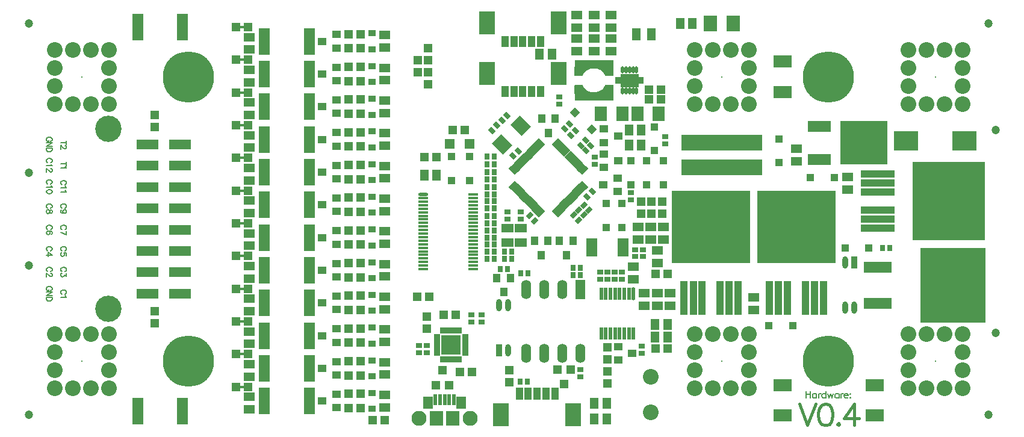
<source format=gts>
G04 Layer_Color=8388736*
%FSAX24Y24*%
%MOIN*%
G70*
G01*
G75*
%ADD74C,0.0079*%
%ADD75C,0.0157*%
%ADD108R,0.0730X0.0879*%
%ADD109R,0.0474X0.0513*%
%ADD110R,0.2639X0.2442*%
%ADD111R,0.1261X0.0631*%
G04:AMPARAMS|DCode=112|XSize=33mil|YSize=27.7mil|CornerRadius=0mil|HoleSize=0mil|Usage=FLASHONLY|Rotation=315.000|XOffset=0mil|YOffset=0mil|HoleType=Round|Shape=Rectangle|*
%AMROTATEDRECTD112*
4,1,4,-0.0215,0.0019,-0.0019,0.0215,0.0215,-0.0019,0.0019,-0.0215,-0.0215,0.0019,0.0*
%
%ADD112ROTATEDRECTD112*%

G04:AMPARAMS|DCode=113|XSize=33mil|YSize=27.7mil|CornerRadius=0mil|HoleSize=0mil|Usage=FLASHONLY|Rotation=45.000|XOffset=0mil|YOffset=0mil|HoleType=Round|Shape=Rectangle|*
%AMROTATEDRECTD113*
4,1,4,-0.0019,-0.0215,-0.0215,-0.0019,0.0019,0.0215,0.0215,0.0019,-0.0019,-0.0215,0.0*
%
%ADD113ROTATEDRECTD113*%

%ADD114R,0.0277X0.0330*%
%ADD115R,0.0631X0.0513*%
%ADD116R,0.0330X0.0277*%
%ADD117R,0.0513X0.0474*%
%ADD118R,0.0513X0.0631*%
%ADD119R,0.0710X0.0789*%
%ADD120R,0.0474X0.0474*%
%ADD121O,0.0320X0.0678*%
%ADD122R,0.0320X0.0678*%
%ADD123R,0.0671X0.0513*%
%ADD124R,0.0415X0.0415*%
%ADD125R,0.1537X0.0592*%
%ADD126R,0.3584X0.4135*%
%ADD127R,0.0986X0.0678*%
%ADD128P,0.0586X4X360.0*%
%ADD129R,0.0415X0.0415*%
%ADD130R,0.0552X0.0552*%
%ADD131R,0.0415X0.0336*%
%ADD132R,0.0474X0.0159*%
G04:AMPARAMS|DCode=133|XSize=20.6mil|YSize=47.4mil|CornerRadius=0mil|HoleSize=0mil|Usage=FLASHONLY|Rotation=315.000|XOffset=0mil|YOffset=0mil|HoleType=Round|Shape=Rectangle|*
%AMROTATEDRECTD133*
4,1,4,-0.0240,-0.0095,0.0095,0.0240,0.0240,0.0095,-0.0095,-0.0240,-0.0240,-0.0095,0.0*
%
%ADD133ROTATEDRECTD133*%

G04:AMPARAMS|DCode=134|XSize=20.6mil|YSize=47.4mil|CornerRadius=0mil|HoleSize=0mil|Usage=FLASHONLY|Rotation=45.000|XOffset=0mil|YOffset=0mil|HoleType=Round|Shape=Rectangle|*
%AMROTATEDRECTD134*
4,1,4,0.0095,-0.0240,-0.0240,0.0095,-0.0095,0.0240,0.0240,-0.0095,0.0095,-0.0240,0.0*
%
%ADD134ROTATEDRECTD134*%

%ADD135R,0.0356X0.0190*%
%ADD136R,0.1025X0.0730*%
G04:AMPARAMS|DCode=137|XSize=17.1mil|YSize=39.5mil|CornerRadius=5.8mil|HoleSize=0mil|Usage=FLASHONLY|Rotation=180.000|XOffset=0mil|YOffset=0mil|HoleType=Round|Shape=RoundedRectangle|*
%AMROUNDEDRECTD137*
21,1,0.0171,0.0279,0,0,180.0*
21,1,0.0054,0.0395,0,0,180.0*
1,1,0.0116,-0.0027,0.0139*
1,1,0.0116,0.0027,0.0139*
1,1,0.0116,0.0027,-0.0139*
1,1,0.0116,-0.0027,-0.0139*
%
%ADD137ROUNDEDRECTD137*%
%ADD138O,0.0552X0.1064*%
%ADD139R,0.0552X0.1064*%
%ADD140R,0.0375X0.0198*%
%ADD141R,0.0198X0.0375*%
%ADD142R,0.1104X0.1104*%
%ADD143R,0.0631X0.0198*%
G04:AMPARAMS|DCode=144|XSize=71mil|YSize=21.8mil|CornerRadius=7.4mil|HoleSize=0mil|Usage=FLASHONLY|Rotation=270.000|XOffset=0mil|YOffset=0mil|HoleType=Round|Shape=RoundedRectangle|*
%AMROUNDEDRECTD144*
21,1,0.0710,0.0069,0,0,270.0*
21,1,0.0561,0.0218,0,0,270.0*
1,1,0.0149,-0.0034,-0.0281*
1,1,0.0149,-0.0034,0.0281*
1,1,0.0149,0.0034,0.0281*
1,1,0.0149,0.0034,-0.0281*
%
%ADD144ROUNDEDRECTD144*%
%ADD145R,0.0218X0.0710*%
%ADD146R,0.0533X0.0651*%
%ADD147R,0.0237X0.0631*%
%ADD148R,0.0769X0.0828*%
%ADD149R,0.0907X0.1261*%
%ADD150R,0.0395X0.0710*%
%ADD151R,0.1230X0.0580*%
%ADD152R,0.0395X0.0592*%
%ADD153R,0.2167X0.0454*%
%ADD154R,0.1891X0.0434*%
%ADD155R,0.4017X0.4332*%
%ADD156R,0.0434X0.1891*%
%ADD157R,0.4332X0.4017*%
%ADD158R,0.0454X0.0434*%
%ADD159R,0.0454X0.0434*%
%ADD160R,0.0434X0.0454*%
%ADD161R,0.0434X0.0454*%
%ADD162R,0.0631X0.1458*%
%ADD163R,0.4489X0.0887*%
%ADD164R,0.1340X0.1064*%
%ADD165R,0.0513X0.0671*%
%ADD166O,0.0572X0.0178*%
%ADD167R,0.0572X0.0178*%
G04:AMPARAMS|DCode=168|XSize=74mil|YSize=89mil|CornerRadius=0mil|HoleSize=0mil|Usage=FLASHONLY|Rotation=225.000|XOffset=0mil|YOffset=0mil|HoleType=Round|Shape=Rectangle|*
%AMROTATEDRECTD168*
4,1,4,-0.0053,0.0576,0.0576,-0.0053,0.0053,-0.0576,-0.0576,0.0053,-0.0053,0.0576,0.0*
%
%ADD168ROTATEDRECTD168*%

%ADD169C,0.0474*%
%ADD170C,0.2836*%
%ADD171C,0.0277*%
%ADD172C,0.0080*%
%ADD173C,0.0867*%
%ADD174C,0.0828*%
%ADD175C,0.1458*%
G36*
X289238Y196398D02*
X289243Y196397D01*
X289248Y196395D01*
X289252Y196393D01*
X289257Y196390D01*
X289261Y196387D01*
X289264Y196383D01*
X289267Y196378D01*
X289269Y196374D01*
X289271Y196369D01*
X289272Y196364D01*
X289272Y196358D01*
Y195945D01*
X289272Y195940D01*
X289271Y195935D01*
X289269Y195930D01*
X289267Y195925D01*
X289264Y195920D01*
X289261Y195917D01*
X289257Y195913D01*
X289252Y195910D01*
X289248Y195908D01*
X289243Y195906D01*
X289238Y195905D01*
X289232Y195905D01*
X287146D01*
X287140Y195905D01*
X287135Y195906D01*
X287130Y195908D01*
X287126Y195910D01*
X287121Y195913D01*
X287117Y195917D01*
X287114Y195920D01*
X287111Y195925D01*
X287109Y195930D01*
X287107Y195935D01*
X287106Y195940D01*
X287106Y195945D01*
Y196358D01*
X287106Y196364D01*
X287107Y196369D01*
X287109Y196374D01*
X287111Y196378D01*
X287114Y196383D01*
X287117Y196387D01*
X287121Y196390D01*
X287126Y196393D01*
X287130Y196395D01*
X287135Y196397D01*
X287140Y196398D01*
X287146Y196398D01*
X287539D01*
X287541Y196398D01*
X287542Y196398D01*
X287543Y196398D01*
X287545Y196398D01*
X287546Y196398D01*
X287547Y196398D01*
X287548Y196397D01*
X287550Y196397D01*
X287551Y196397D01*
X287552Y196396D01*
X287553Y196396D01*
X287555Y196395D01*
X287556Y196395D01*
X287557Y196394D01*
X287558Y196394D01*
X287559Y196393D01*
X287560Y196392D01*
X287561Y196392D01*
X287563Y196391D01*
X287564Y196390D01*
X287565Y196389D01*
X287566Y196389D01*
X287567Y196388D01*
X287568Y196387D01*
X287569Y196386D01*
X287569Y196385D01*
X287570Y196384D01*
X287571Y196383D01*
X287572Y196382D01*
X287573Y196381D01*
X287573Y196379D01*
X287574Y196378D01*
X287575Y196377D01*
X287575Y196376D01*
X287594Y196338D01*
X287650Y196245D01*
X287763Y196133D01*
X287836Y196078D01*
X287947Y196022D01*
X288019Y196004D01*
X288189Y195985D01*
X288339Y196004D01*
X288411Y196022D01*
X288447Y196040D01*
X288562Y196097D01*
X288635Y196152D01*
X288690Y196207D01*
X288746Y196282D01*
X288804Y196379D01*
X288806Y196381D01*
X288807Y196383D01*
X288807Y196383D01*
X288807Y196383D01*
X288809Y196385D01*
X288810Y196387D01*
X288810Y196387D01*
X288811Y196387D01*
X288812Y196389D01*
X288814Y196390D01*
X288814Y196390D01*
X288815Y196390D01*
X288817Y196392D01*
X288819Y196393D01*
X288819Y196393D01*
X288819Y196393D01*
X288821Y196394D01*
X288823Y196395D01*
X288824Y196395D01*
X288824Y196396D01*
X288826Y196396D01*
X288828Y196397D01*
X288829Y196397D01*
X288829Y196397D01*
X288831Y196398D01*
X288833Y196398D01*
X288834Y196398D01*
X288834Y196398D01*
X288836Y196398D01*
X288839Y196398D01*
X289232D01*
X289238Y196398D01*
D02*
G37*
G36*
Y197402D02*
X289243Y197401D01*
X289248Y197399D01*
X289252Y197397D01*
X289257Y197394D01*
X289261Y197391D01*
X289264Y197387D01*
X289267Y197382D01*
X289269Y197378D01*
X289271Y197373D01*
X289272Y197367D01*
X289272Y197362D01*
Y196949D01*
X289272Y196944D01*
X289271Y196938D01*
X289269Y196933D01*
X289267Y196929D01*
X289264Y196924D01*
X289261Y196920D01*
X289257Y196917D01*
X289252Y196914D01*
X289248Y196912D01*
X289243Y196910D01*
X289238Y196909D01*
X289232Y196909D01*
X288839D01*
X288836Y196909D01*
X288834Y196909D01*
X288834Y196909D01*
X288833Y196909D01*
X288831Y196910D01*
X288829Y196910D01*
X288829Y196910D01*
X288828Y196910D01*
X288826Y196911D01*
X288824Y196912D01*
X288824Y196912D01*
X288823Y196912D01*
X288821Y196913D01*
X288819Y196914D01*
X288819Y196914D01*
X288819Y196914D01*
X288817Y196915D01*
X288815Y196917D01*
X288814Y196917D01*
X288814Y196917D01*
X288812Y196919D01*
X288811Y196920D01*
X288810Y196920D01*
X288810Y196920D01*
X288809Y196922D01*
X288807Y196924D01*
X288807Y196924D01*
X288807Y196924D01*
X288806Y196926D01*
X288804Y196928D01*
X288746Y197025D01*
X288690Y197100D01*
X288597Y197193D01*
X288543Y197229D01*
X288431Y197285D01*
X288359Y197303D01*
X288189Y197322D01*
X288020Y197303D01*
X287909Y197266D01*
X287874Y197248D01*
X287781Y197193D01*
X287649Y197061D01*
X287613Y197007D01*
X287575Y196931D01*
X287575Y196930D01*
X287574Y196929D01*
X287573Y196928D01*
X287573Y196926D01*
X287572Y196925D01*
X287571Y196924D01*
X287570Y196923D01*
X287569Y196922D01*
X287569Y196921D01*
X287568Y196920D01*
X287567Y196920D01*
X287566Y196919D01*
X287565Y196918D01*
X287564Y196917D01*
X287563Y196916D01*
X287561Y196915D01*
X287560Y196915D01*
X287559Y196914D01*
X287558Y196913D01*
X287557Y196913D01*
X287556Y196912D01*
X287555Y196912D01*
X287553Y196911D01*
X287552Y196911D01*
X287551Y196910D01*
X287550Y196910D01*
X287548Y196910D01*
X287547Y196909D01*
X287546Y196909D01*
X287545Y196909D01*
X287543Y196909D01*
X287542Y196909D01*
X287541Y196909D01*
X287539Y196909D01*
X287146D01*
X287140Y196909D01*
X287135Y196910D01*
X287130Y196912D01*
X287126Y196914D01*
X287121Y196917D01*
X287117Y196920D01*
X287114Y196924D01*
X287111Y196929D01*
X287109Y196933D01*
X287107Y196938D01*
X287106Y196944D01*
X287106Y196949D01*
Y197362D01*
X287106Y197367D01*
X287107Y197373D01*
X287109Y197378D01*
X287111Y197382D01*
X287114Y197387D01*
X287117Y197391D01*
X287121Y197394D01*
X287126Y197397D01*
X287130Y197399D01*
X287135Y197401D01*
X287140Y197402D01*
X287146Y197402D01*
X289232D01*
X289238Y197402D01*
D02*
G37*
D74*
X258114Y193279D02*
X258144Y193294D01*
X258174Y193324D01*
X258189Y193354D01*
Y193414D01*
X258174Y193444D01*
X258144Y193474D01*
X258114Y193489D01*
X258069Y193504D01*
X257994D01*
X257949Y193489D01*
X257919Y193474D01*
X257889Y193444D01*
X257874Y193414D01*
Y193354D01*
X257889Y193324D01*
X257919Y193294D01*
X257949Y193279D01*
X257994D01*
Y193354D02*
Y193279D01*
X258189Y193207D02*
X257874D01*
X258189D02*
X257874Y192997D01*
X258189D02*
X257874D01*
X258189Y192910D02*
X257874D01*
X258189D02*
Y192805D01*
X258174Y192760D01*
X258144Y192730D01*
X258114Y192715D01*
X258069Y192700D01*
X257994D01*
X257949Y192715D01*
X257919Y192730D01*
X257889Y192760D01*
X257874Y192805D01*
Y192910D01*
X258976Y193202D02*
X258661D01*
X258976Y193307D02*
Y193097D01*
X258901Y193045D02*
X258916D01*
X258946Y193030D01*
X258961Y193015D01*
X258976Y192985D01*
Y192925D01*
X258961Y192895D01*
X258946Y192880D01*
X258916Y192865D01*
X258886D01*
X258856Y192880D01*
X258811Y192910D01*
X258661Y193060D01*
Y192850D01*
X258976Y192021D02*
X258661D01*
X258976Y192126D02*
Y191916D01*
X258916Y191879D02*
X258931Y191849D01*
X258976Y191804D01*
X258661D01*
X258114Y192098D02*
X258144Y192113D01*
X258174Y192143D01*
X258189Y192173D01*
Y192233D01*
X258174Y192263D01*
X258144Y192293D01*
X258114Y192308D01*
X258069Y192323D01*
X257994D01*
X257949Y192308D01*
X257919Y192293D01*
X257889Y192263D01*
X257874Y192233D01*
Y192173D01*
X257889Y192143D01*
X257919Y192113D01*
X257949Y192098D01*
X258129Y192009D02*
X258144Y191979D01*
X258189Y191934D01*
X257874D01*
X258114Y191764D02*
X258129D01*
X258159Y191749D01*
X258174Y191734D01*
X258189Y191704D01*
Y191644D01*
X258174Y191614D01*
X258159Y191599D01*
X258129Y191584D01*
X258099D01*
X258069Y191599D01*
X258024Y191629D01*
X257874Y191779D01*
Y191569D01*
X258114Y185011D02*
X258144Y185026D01*
X258174Y185056D01*
X258189Y185086D01*
Y185146D01*
X258174Y185176D01*
X258144Y185206D01*
X258114Y185221D01*
X258069Y185236D01*
X257994D01*
X257949Y185221D01*
X257919Y185206D01*
X257889Y185176D01*
X257874Y185146D01*
Y185086D01*
X257889Y185056D01*
X257919Y185026D01*
X257949Y185011D01*
X257994D01*
Y185086D02*
Y185011D01*
X258189Y184939D02*
X257874D01*
X258189D02*
X257874Y184729D01*
X258189D02*
X257874D01*
X258189Y184642D02*
X257874D01*
X258189D02*
Y184537D01*
X258174Y184492D01*
X258144Y184462D01*
X258114Y184447D01*
X258069Y184432D01*
X257994D01*
X257949Y184447D01*
X257919Y184462D01*
X257889Y184492D01*
X257874Y184537D01*
Y184642D01*
X258901Y184814D02*
X258931Y184829D01*
X258961Y184859D01*
X258976Y184889D01*
Y184949D01*
X258961Y184979D01*
X258931Y185009D01*
X258901Y185024D01*
X258856Y185039D01*
X258781D01*
X258736Y185024D01*
X258706Y185009D01*
X258676Y184979D01*
X258661Y184949D01*
Y184889D01*
X258676Y184859D01*
X258706Y184829D01*
X258736Y184814D01*
X258916Y184726D02*
X258931Y184696D01*
X258976Y184651D01*
X258661D01*
X258114Y186074D02*
X258144Y186089D01*
X258174Y186119D01*
X258189Y186149D01*
Y186209D01*
X258174Y186239D01*
X258144Y186269D01*
X258114Y186284D01*
X258069Y186299D01*
X257994D01*
X257949Y186284D01*
X257919Y186269D01*
X257889Y186239D01*
X257874Y186209D01*
Y186149D01*
X257889Y186119D01*
X257919Y186089D01*
X257949Y186074D01*
X258114Y185971D02*
X258129D01*
X258159Y185956D01*
X258174Y185941D01*
X258189Y185911D01*
Y185851D01*
X258174Y185821D01*
X258159Y185806D01*
X258129Y185791D01*
X258099D01*
X258069Y185806D01*
X258024Y185836D01*
X257874Y185986D01*
Y185776D01*
X258901Y186074D02*
X258931Y186089D01*
X258961Y186119D01*
X258976Y186149D01*
Y186209D01*
X258961Y186239D01*
X258931Y186269D01*
X258901Y186284D01*
X258856Y186299D01*
X258781D01*
X258736Y186284D01*
X258706Y186269D01*
X258676Y186239D01*
X258661Y186209D01*
Y186149D01*
X258676Y186119D01*
X258706Y186089D01*
X258736Y186074D01*
X258976Y185956D02*
Y185791D01*
X258856Y185881D01*
Y185836D01*
X258841Y185806D01*
X258826Y185791D01*
X258781Y185776D01*
X258751D01*
X258706Y185791D01*
X258676Y185821D01*
X258661Y185866D01*
Y185911D01*
X258676Y185956D01*
X258691Y185971D01*
X258721Y185986D01*
X258114Y187216D02*
X258144Y187231D01*
X258174Y187261D01*
X258189Y187291D01*
Y187351D01*
X258174Y187381D01*
X258144Y187411D01*
X258114Y187426D01*
X258069Y187441D01*
X257994D01*
X257949Y187426D01*
X257919Y187411D01*
X257889Y187381D01*
X257874Y187351D01*
Y187291D01*
X257889Y187261D01*
X257919Y187231D01*
X257949Y187216D01*
X258189Y186978D02*
X257979Y187128D01*
Y186903D01*
X258189Y186978D02*
X257874D01*
X258901Y187216D02*
X258931Y187231D01*
X258961Y187261D01*
X258976Y187291D01*
Y187351D01*
X258961Y187381D01*
X258931Y187411D01*
X258901Y187426D01*
X258856Y187441D01*
X258781D01*
X258736Y187426D01*
X258706Y187411D01*
X258676Y187381D01*
X258661Y187351D01*
Y187291D01*
X258676Y187261D01*
X258706Y187231D01*
X258736Y187216D01*
X258976Y186948D02*
Y187098D01*
X258841Y187113D01*
X258856Y187098D01*
X258871Y187053D01*
Y187008D01*
X258856Y186963D01*
X258826Y186933D01*
X258781Y186918D01*
X258751D01*
X258706Y186933D01*
X258676Y186963D01*
X258661Y187008D01*
Y187053D01*
X258676Y187098D01*
X258691Y187113D01*
X258721Y187128D01*
X258114Y188397D02*
X258144Y188412D01*
X258174Y188442D01*
X258189Y188472D01*
Y188532D01*
X258174Y188562D01*
X258144Y188592D01*
X258114Y188607D01*
X258069Y188622D01*
X257994D01*
X257949Y188607D01*
X257919Y188592D01*
X257889Y188562D01*
X257874Y188532D01*
Y188472D01*
X257889Y188442D01*
X257919Y188412D01*
X257949Y188397D01*
X258144Y188129D02*
X258174Y188144D01*
X258189Y188189D01*
Y188219D01*
X258174Y188264D01*
X258129Y188294D01*
X258054Y188309D01*
X257979D01*
X257919Y188294D01*
X257889Y188264D01*
X257874Y188219D01*
Y188204D01*
X257889Y188159D01*
X257919Y188129D01*
X257964Y188114D01*
X257979D01*
X258024Y188129D01*
X258054Y188159D01*
X258069Y188204D01*
Y188219D01*
X258054Y188264D01*
X258024Y188294D01*
X257979Y188309D01*
X258901Y188397D02*
X258931Y188412D01*
X258961Y188442D01*
X258976Y188472D01*
Y188532D01*
X258961Y188562D01*
X258931Y188592D01*
X258901Y188607D01*
X258856Y188622D01*
X258781D01*
X258736Y188607D01*
X258706Y188592D01*
X258676Y188562D01*
X258661Y188532D01*
Y188472D01*
X258676Y188442D01*
X258706Y188412D01*
X258736Y188397D01*
X258976Y188099D02*
X258661Y188249D01*
X258976Y188309D02*
Y188099D01*
X258114Y189578D02*
X258144Y189593D01*
X258174Y189623D01*
X258189Y189653D01*
Y189713D01*
X258174Y189743D01*
X258144Y189773D01*
X258114Y189788D01*
X258069Y189803D01*
X257994D01*
X257949Y189788D01*
X257919Y189773D01*
X257889Y189743D01*
X257874Y189713D01*
Y189653D01*
X257889Y189623D01*
X257919Y189593D01*
X257949Y189578D01*
X258189Y189415D02*
X258174Y189460D01*
X258144Y189475D01*
X258114D01*
X258084Y189460D01*
X258069Y189430D01*
X258054Y189370D01*
X258039Y189325D01*
X258009Y189295D01*
X257979Y189280D01*
X257934D01*
X257904Y189295D01*
X257889Y189310D01*
X257874Y189355D01*
Y189415D01*
X257889Y189460D01*
X257904Y189475D01*
X257934Y189490D01*
X257979D01*
X258009Y189475D01*
X258039Y189445D01*
X258054Y189400D01*
X258069Y189340D01*
X258084Y189310D01*
X258114Y189295D01*
X258144D01*
X258174Y189310D01*
X258189Y189355D01*
Y189415D01*
X258901Y189578D02*
X258931Y189593D01*
X258961Y189623D01*
X258976Y189653D01*
Y189713D01*
X258961Y189743D01*
X258931Y189773D01*
X258901Y189788D01*
X258856Y189803D01*
X258781D01*
X258736Y189788D01*
X258706Y189773D01*
X258676Y189743D01*
X258661Y189713D01*
Y189653D01*
X258676Y189623D01*
X258706Y189593D01*
X258736Y189578D01*
X258871Y189295D02*
X258826Y189310D01*
X258796Y189340D01*
X258781Y189385D01*
Y189400D01*
X258796Y189445D01*
X258826Y189475D01*
X258871Y189490D01*
X258886D01*
X258931Y189475D01*
X258961Y189445D01*
X258976Y189400D01*
Y189385D01*
X258961Y189340D01*
X258931Y189310D01*
X258871Y189295D01*
X258796D01*
X258721Y189310D01*
X258676Y189340D01*
X258661Y189385D01*
Y189415D01*
X258676Y189460D01*
X258706Y189475D01*
X258114Y190917D02*
X258144Y190932D01*
X258174Y190962D01*
X258189Y190992D01*
Y191052D01*
X258174Y191082D01*
X258144Y191112D01*
X258114Y191127D01*
X258069Y191142D01*
X257994D01*
X257949Y191127D01*
X257919Y191112D01*
X257889Y191082D01*
X257874Y191052D01*
Y190992D01*
X257889Y190962D01*
X257919Y190932D01*
X257949Y190917D01*
X258129Y190828D02*
X258144Y190798D01*
X258189Y190753D01*
X257874D01*
X258189Y190507D02*
X258174Y190552D01*
X258129Y190582D01*
X258054Y190597D01*
X258009D01*
X257934Y190582D01*
X257889Y190552D01*
X257874Y190507D01*
Y190477D01*
X257889Y190432D01*
X257934Y190402D01*
X258009Y190387D01*
X258054D01*
X258129Y190402D01*
X258174Y190432D01*
X258189Y190477D01*
Y190507D01*
X258901Y190877D02*
X258931Y190892D01*
X258961Y190922D01*
X258976Y190952D01*
Y191012D01*
X258961Y191042D01*
X258931Y191072D01*
X258901Y191087D01*
X258856Y191102D01*
X258781D01*
X258736Y191087D01*
X258706Y191072D01*
X258676Y191042D01*
X258661Y191012D01*
Y190952D01*
X258676Y190922D01*
X258706Y190892D01*
X258736Y190877D01*
X258916Y190789D02*
X258931Y190759D01*
X258976Y190714D01*
X258661D01*
X258916Y190558D02*
X258931Y190528D01*
X258976Y190483D01*
X258661D01*
X299921Y179449D02*
Y179055D01*
X300184Y179449D02*
Y179055D01*
X299921Y179261D02*
X300184D01*
X300517Y179318D02*
Y179055D01*
Y179261D02*
X300480Y179299D01*
X300442Y179318D01*
X300386D01*
X300349Y179299D01*
X300311Y179261D01*
X300292Y179205D01*
Y179168D01*
X300311Y179111D01*
X300349Y179074D01*
X300386Y179055D01*
X300442D01*
X300480Y179074D01*
X300517Y179111D01*
X300622Y179318D02*
Y179055D01*
Y179205D02*
X300641Y179261D01*
X300679Y179299D01*
X300716Y179318D01*
X300772D01*
X301033Y179449D02*
Y179055D01*
Y179261D02*
X300995Y179299D01*
X300958Y179318D01*
X300902D01*
X300864Y179299D01*
X300827Y179261D01*
X300808Y179205D01*
Y179168D01*
X300827Y179111D01*
X300864Y179074D01*
X300902Y179055D01*
X300958D01*
X300995Y179074D01*
X301033Y179111D01*
X301138Y179318D02*
X301213Y179055D01*
X301288Y179318D02*
X301213Y179055D01*
X301288Y179318D02*
X301363Y179055D01*
X301438Y179318D02*
X301363Y179055D01*
X301754Y179318D02*
Y179055D01*
Y179261D02*
X301717Y179299D01*
X301679Y179318D01*
X301623D01*
X301586Y179299D01*
X301548Y179261D01*
X301529Y179205D01*
Y179168D01*
X301548Y179111D01*
X301586Y179074D01*
X301623Y179055D01*
X301679D01*
X301717Y179074D01*
X301754Y179111D01*
X301859Y179318D02*
Y179055D01*
Y179205D02*
X301878Y179261D01*
X301916Y179299D01*
X301953Y179318D01*
X302009D01*
X302045Y179205D02*
X302270D01*
Y179243D01*
X302251Y179280D01*
X302232Y179299D01*
X302195Y179318D01*
X302139D01*
X302101Y179299D01*
X302064Y179261D01*
X302045Y179205D01*
Y179168D01*
X302064Y179111D01*
X302101Y179074D01*
X302139Y179055D01*
X302195D01*
X302232Y179074D01*
X302270Y179111D01*
X302373Y179318D02*
X302354Y179299D01*
X302373Y179280D01*
X302392Y179299D01*
X302373Y179318D01*
Y179093D02*
X302354Y179074D01*
X302373Y179055D01*
X302392Y179074D01*
X302373Y179093D01*
D75*
X299567Y178740D02*
X300017Y177559D01*
X300467Y178740D02*
X300017Y177559D01*
X300956Y178740D02*
X300787Y178684D01*
X300675Y178515D01*
X300618Y178234D01*
Y178065D01*
X300675Y177784D01*
X300787Y177615D01*
X300956Y177559D01*
X301068D01*
X301237Y177615D01*
X301349Y177784D01*
X301406Y178065D01*
Y178234D01*
X301349Y178515D01*
X301237Y178684D01*
X301068Y178740D01*
X300956D01*
X301726Y177672D02*
X301670Y177615D01*
X301726Y177559D01*
X301782Y177615D01*
X301726Y177672D01*
X302603Y178740D02*
X302041Y177953D01*
X302885D01*
X302603Y178740D02*
Y177559D01*
D108*
X294646Y199803D02*
D03*
X295906D02*
D03*
D109*
X278425Y197776D02*
D03*
Y197106D02*
D03*
X279016D02*
D03*
Y196437D02*
D03*
Y197776D02*
D03*
Y198445D02*
D03*
X278937Y183563D02*
D03*
Y182894D02*
D03*
X283504Y179941D02*
D03*
Y180610D02*
D03*
X290787Y189941D02*
D03*
Y189272D02*
D03*
X291378Y189941D02*
D03*
Y189272D02*
D03*
X291968Y189941D02*
D03*
Y189272D02*
D03*
X288937Y181201D02*
D03*
Y181870D02*
D03*
Y180532D02*
D03*
Y179862D02*
D03*
X263858Y183878D02*
D03*
Y183209D02*
D03*
Y194075D02*
D03*
Y194744D02*
D03*
D110*
X303130Y193189D02*
D03*
D111*
X300669Y192283D02*
D03*
Y194094D02*
D03*
D112*
X283997Y192738D02*
D03*
X283719Y192459D02*
D03*
X287814Y190215D02*
D03*
X288092Y190494D02*
D03*
X286832Y194234D02*
D03*
X286554Y193955D02*
D03*
X282816Y194155D02*
D03*
X282538Y193877D02*
D03*
X283089Y194428D02*
D03*
X283368Y194706D02*
D03*
X287462Y193047D02*
D03*
X287740Y193325D02*
D03*
X287740Y192769D02*
D03*
X288019Y193047D02*
D03*
X286905Y193604D02*
D03*
X287184Y193882D02*
D03*
D113*
X284625Y189155D02*
D03*
X284903Y188877D02*
D03*
X287341Y189470D02*
D03*
X287620Y189192D02*
D03*
X287063Y189192D02*
D03*
X287341Y188913D02*
D03*
X287620Y189748D02*
D03*
X287898Y189470D02*
D03*
D114*
X282283Y191181D02*
D03*
X282677D02*
D03*
X287047Y185866D02*
D03*
X287441D02*
D03*
X287047Y186260D02*
D03*
X287441D02*
D03*
X284094Y179961D02*
D03*
X284488D02*
D03*
X282283Y192008D02*
D03*
X282677D02*
D03*
Y187953D02*
D03*
X282283D02*
D03*
X282677Y187559D02*
D03*
X282283D02*
D03*
X283622Y186772D02*
D03*
X283228D02*
D03*
X283622Y187165D02*
D03*
X283228D02*
D03*
X282677Y191575D02*
D03*
X282283D02*
D03*
X282677Y192441D02*
D03*
X282283D02*
D03*
X304173Y187362D02*
D03*
X304567D02*
D03*
X282992Y186220D02*
D03*
X283386D02*
D03*
X282677Y186772D02*
D03*
X282283D02*
D03*
X282677Y187165D02*
D03*
X282283D02*
D03*
Y188346D02*
D03*
X282677D02*
D03*
X282283Y188740D02*
D03*
X282677D02*
D03*
X282283Y189134D02*
D03*
X282677D02*
D03*
X282283Y189567D02*
D03*
X282677D02*
D03*
X282283Y189961D02*
D03*
X282677D02*
D03*
X282283Y190748D02*
D03*
X282677D02*
D03*
X282283Y190354D02*
D03*
X282677D02*
D03*
X284528Y185984D02*
D03*
X284134D02*
D03*
D115*
X290984Y184872D02*
D03*
Y184183D02*
D03*
X291339Y188533D02*
D03*
Y187844D02*
D03*
X292047Y188533D02*
D03*
Y187844D02*
D03*
X290630Y188533D02*
D03*
Y187844D02*
D03*
X290354Y185640D02*
D03*
Y186329D02*
D03*
X276614Y179242D02*
D03*
Y178553D02*
D03*
Y181053D02*
D03*
Y180364D02*
D03*
Y182864D02*
D03*
Y182175D02*
D03*
Y184675D02*
D03*
Y183986D02*
D03*
Y186486D02*
D03*
Y185797D02*
D03*
Y188297D02*
D03*
Y187608D02*
D03*
Y190108D02*
D03*
Y189419D02*
D03*
Y191919D02*
D03*
Y191230D02*
D03*
Y193730D02*
D03*
Y193041D02*
D03*
Y195541D02*
D03*
Y194852D02*
D03*
Y197352D02*
D03*
Y196663D02*
D03*
Y199163D02*
D03*
Y198474D02*
D03*
X291693Y186545D02*
D03*
Y187234D02*
D03*
X289134Y199577D02*
D03*
Y200266D02*
D03*
X288189Y199577D02*
D03*
Y200266D02*
D03*
X287244Y199577D02*
D03*
Y200266D02*
D03*
X292402Y184872D02*
D03*
Y184183D02*
D03*
X302244Y191289D02*
D03*
Y190600D02*
D03*
X297047Y183947D02*
D03*
Y184636D02*
D03*
X299409Y192864D02*
D03*
Y192175D02*
D03*
X291693Y184872D02*
D03*
Y184183D02*
D03*
X269094Y179124D02*
D03*
Y178435D02*
D03*
Y180935D02*
D03*
Y180246D02*
D03*
Y182746D02*
D03*
Y182057D02*
D03*
Y184557D02*
D03*
Y183868D02*
D03*
Y186368D02*
D03*
Y185679D02*
D03*
Y188179D02*
D03*
Y187490D02*
D03*
Y189990D02*
D03*
Y189301D02*
D03*
Y191801D02*
D03*
Y191112D02*
D03*
Y193612D02*
D03*
Y192923D02*
D03*
Y195423D02*
D03*
Y194734D02*
D03*
Y197234D02*
D03*
Y196545D02*
D03*
Y199045D02*
D03*
Y198356D02*
D03*
X287244Y198278D02*
D03*
Y198967D02*
D03*
X289134Y198278D02*
D03*
Y198967D02*
D03*
X288189Y198278D02*
D03*
Y198967D02*
D03*
D116*
X287441Y180236D02*
D03*
Y180630D02*
D03*
X278504Y181575D02*
D03*
Y181968D02*
D03*
X290472Y187283D02*
D03*
Y186890D02*
D03*
X290906Y187283D02*
D03*
Y186890D02*
D03*
X281417Y183661D02*
D03*
Y183268D02*
D03*
X281968Y183661D02*
D03*
Y183268D02*
D03*
X284134Y188976D02*
D03*
Y189370D02*
D03*
X290236Y190039D02*
D03*
Y190433D02*
D03*
X289724Y186024D02*
D03*
Y185630D02*
D03*
X289331Y186024D02*
D03*
Y185630D02*
D03*
X288937Y186024D02*
D03*
Y185630D02*
D03*
X288543Y186024D02*
D03*
Y185630D02*
D03*
X292126Y193543D02*
D03*
Y193150D02*
D03*
X288228Y192402D02*
D03*
Y192008D02*
D03*
X278937Y181968D02*
D03*
Y181575D02*
D03*
X283386Y188976D02*
D03*
Y189370D02*
D03*
X286260Y195354D02*
D03*
Y195748D02*
D03*
X290827Y181929D02*
D03*
Y181535D02*
D03*
D117*
X280532Y183661D02*
D03*
X279862D02*
D03*
X281437Y180512D02*
D03*
X280768D02*
D03*
X291909Y195591D02*
D03*
X291240D02*
D03*
X268366Y179685D02*
D03*
X269035D02*
D03*
X268366Y181496D02*
D03*
X269035D02*
D03*
X268366Y183307D02*
D03*
X269035D02*
D03*
X268366Y185118D02*
D03*
X269035D02*
D03*
X268366Y186929D02*
D03*
X269035D02*
D03*
X268366Y188740D02*
D03*
X269035D02*
D03*
X268366Y190551D02*
D03*
X269035D02*
D03*
X268366Y192362D02*
D03*
X269035D02*
D03*
X268366Y194173D02*
D03*
X269035D02*
D03*
X268366Y195984D02*
D03*
X269035D02*
D03*
X268366Y197795D02*
D03*
X269035D02*
D03*
X268366Y199606D02*
D03*
X269035D02*
D03*
X281043Y193898D02*
D03*
X280374D02*
D03*
X279075Y184685D02*
D03*
X278406D02*
D03*
X292264Y185945D02*
D03*
X291594D02*
D03*
X292264Y181811D02*
D03*
X291594D02*
D03*
X275256Y179291D02*
D03*
X274587D02*
D03*
X275256Y181102D02*
D03*
X274587D02*
D03*
X275256Y182913D02*
D03*
X274587D02*
D03*
X275256Y184724D02*
D03*
X274587D02*
D03*
X275256Y186535D02*
D03*
X274587D02*
D03*
X275256Y188346D02*
D03*
X274587D02*
D03*
X275256Y190157D02*
D03*
X274587D02*
D03*
X275256Y191968D02*
D03*
X274587D02*
D03*
X275256Y193780D02*
D03*
X274587D02*
D03*
X275256Y195591D02*
D03*
X274587D02*
D03*
X275256Y197402D02*
D03*
X274587D02*
D03*
X275256Y199213D02*
D03*
X274587D02*
D03*
X275256Y178504D02*
D03*
X274587D02*
D03*
X275256Y180315D02*
D03*
X274587D02*
D03*
X275256Y182126D02*
D03*
X274587D02*
D03*
X275256Y183937D02*
D03*
X274587D02*
D03*
X275256Y185748D02*
D03*
X274587D02*
D03*
X275256Y187559D02*
D03*
X274587D02*
D03*
X275256Y189370D02*
D03*
X274587D02*
D03*
X275256Y191181D02*
D03*
X274587D02*
D03*
X275256Y192992D02*
D03*
X274587D02*
D03*
X275256Y194803D02*
D03*
X274587D02*
D03*
X275256Y196614D02*
D03*
X274587D02*
D03*
X275256Y198425D02*
D03*
X274587D02*
D03*
X291240Y196142D02*
D03*
X291909D02*
D03*
X275925Y177835D02*
D03*
X276594D02*
D03*
X278799Y192402D02*
D03*
X279468D02*
D03*
D118*
X288199Y177913D02*
D03*
X288888D02*
D03*
X291585Y182441D02*
D03*
X292274D02*
D03*
X278789Y191417D02*
D03*
X279478D02*
D03*
X285167Y198110D02*
D03*
X285856D02*
D03*
X288199Y178780D02*
D03*
X288888D02*
D03*
X292274Y183150D02*
D03*
X291585D02*
D03*
X290817Y193071D02*
D03*
X290128D02*
D03*
Y193898D02*
D03*
X290817D02*
D03*
X293652Y199803D02*
D03*
X292963D02*
D03*
D119*
X289764Y194803D02*
D03*
X288583D02*
D03*
X290591D02*
D03*
X291772D02*
D03*
D120*
X286535Y179823D02*
D03*
X286161Y180650D02*
D03*
X286909D02*
D03*
X279803Y180610D02*
D03*
X280177Y179783D02*
D03*
X279429D02*
D03*
D121*
X302112Y184065D02*
D03*
X302612D02*
D03*
X302112Y186565D02*
D03*
X283439Y184203D02*
D03*
X282939D02*
D03*
X283439Y181703D02*
D03*
D122*
X302612Y186565D02*
D03*
X282939Y181703D02*
D03*
D123*
X284134Y187657D02*
D03*
Y188484D02*
D03*
X283386Y187657D02*
D03*
Y188484D02*
D03*
D124*
X302096Y187362D02*
D03*
X303415D02*
D03*
X300167Y191260D02*
D03*
X301486D02*
D03*
X299203Y183071D02*
D03*
X297884D02*
D03*
D125*
X303898Y186315D02*
D03*
Y184315D02*
D03*
D126*
X308071Y185315D02*
D03*
D127*
X303740Y178094D02*
D03*
Y179780D02*
D03*
X298622Y178094D02*
D03*
Y179780D02*
D03*
Y196008D02*
D03*
Y197693D02*
D03*
D128*
X287132Y194876D02*
D03*
X288065Y193943D02*
D03*
D129*
X298425Y193415D02*
D03*
Y192096D02*
D03*
X290236Y192195D02*
D03*
Y190876D02*
D03*
X291535Y192766D02*
D03*
Y194085D02*
D03*
X289724Y188514D02*
D03*
Y189833D02*
D03*
X292047Y190876D02*
D03*
Y192195D02*
D03*
X288858Y188514D02*
D03*
Y189833D02*
D03*
X291102Y192195D02*
D03*
Y190876D02*
D03*
X281299Y191112D02*
D03*
Y192431D02*
D03*
X280315Y191112D02*
D03*
Y192431D02*
D03*
D130*
X280197Y193150D02*
D03*
X281299D02*
D03*
D131*
X275906Y179341D02*
D03*
Y178455D02*
D03*
Y181152D02*
D03*
Y180266D02*
D03*
Y182963D02*
D03*
Y182077D02*
D03*
Y184774D02*
D03*
Y183888D02*
D03*
Y186585D02*
D03*
Y185699D02*
D03*
Y188396D02*
D03*
Y187510D02*
D03*
Y190207D02*
D03*
Y189321D02*
D03*
Y192018D02*
D03*
Y191132D02*
D03*
Y193829D02*
D03*
Y192943D02*
D03*
Y195640D02*
D03*
Y194754D02*
D03*
Y197451D02*
D03*
Y196565D02*
D03*
Y199262D02*
D03*
Y198376D02*
D03*
D132*
X268701Y179685D02*
D03*
Y181496D02*
D03*
Y183307D02*
D03*
Y185118D02*
D03*
Y186929D02*
D03*
Y188740D02*
D03*
Y190551D02*
D03*
Y192362D02*
D03*
Y194173D02*
D03*
Y195984D02*
D03*
Y197795D02*
D03*
Y199606D02*
D03*
D133*
X286090Y193211D02*
D03*
X286229Y193072D02*
D03*
X286368Y192933D02*
D03*
X286507Y192794D02*
D03*
X286646Y192655D02*
D03*
X286786Y192515D02*
D03*
X286925Y192376D02*
D03*
X287064Y192237D02*
D03*
X287203Y192098D02*
D03*
X287342Y191959D02*
D03*
X287482Y191819D02*
D03*
X287621Y191680D02*
D03*
X285249Y189308D02*
D03*
X285110Y189448D02*
D03*
X284971Y189587D02*
D03*
X284831Y189726D02*
D03*
X284692Y189865D02*
D03*
X284553Y190004D02*
D03*
X284414Y190144D02*
D03*
X284275Y190283D02*
D03*
X284135Y190422D02*
D03*
X283996Y190561D02*
D03*
X283857Y190700D02*
D03*
X283718Y190839D02*
D03*
D134*
X287621D02*
D03*
X287482Y190700D02*
D03*
X287342Y190561D02*
D03*
X287203Y190422D02*
D03*
X287064Y190283D02*
D03*
X286925Y190144D02*
D03*
X286786Y190004D02*
D03*
X286646Y189865D02*
D03*
X286507Y189726D02*
D03*
X286368Y189587D02*
D03*
X286229Y189448D02*
D03*
X286090Y189308D02*
D03*
X283718Y191680D02*
D03*
X283857Y191819D02*
D03*
X283996Y191959D02*
D03*
X284135Y192098D02*
D03*
X284275Y192237D02*
D03*
X284414Y192376D02*
D03*
X284553Y192515D02*
D03*
X284692Y192655D02*
D03*
X284831Y192794D02*
D03*
X284971Y192933D02*
D03*
X285110Y193072D02*
D03*
X285249Y193211D02*
D03*
D135*
X290768Y196555D02*
D03*
Y196752D02*
D03*
X289547Y196555D02*
D03*
Y196752D02*
D03*
D136*
X290157Y196654D02*
D03*
D137*
Y196073D02*
D03*
X289764D02*
D03*
X289961D02*
D03*
X290354D02*
D03*
X290551D02*
D03*
X289764Y197234D02*
D03*
X289961D02*
D03*
X290354D02*
D03*
X290551D02*
D03*
X290157D02*
D03*
D138*
X284425Y181535D02*
D03*
X285425D02*
D03*
X286425D02*
D03*
X287425D02*
D03*
X284425Y185079D02*
D03*
X285425D02*
D03*
X286425D02*
D03*
D139*
X287425D02*
D03*
D140*
X279488Y182106D02*
D03*
Y182303D02*
D03*
Y182500D02*
D03*
Y181516D02*
D03*
Y181713D02*
D03*
Y181909D02*
D03*
X281063Y182106D02*
D03*
Y182303D02*
D03*
Y182500D02*
D03*
Y181516D02*
D03*
Y181713D02*
D03*
Y181909D02*
D03*
D141*
X280374Y181220D02*
D03*
X280571D02*
D03*
X280768D02*
D03*
X279783D02*
D03*
X279980D02*
D03*
X280177D02*
D03*
Y182795D02*
D03*
X279980D02*
D03*
X279783D02*
D03*
X280768D02*
D03*
X280571D02*
D03*
X280374D02*
D03*
D142*
X280276Y182008D02*
D03*
D143*
X289803Y187402D02*
D03*
Y187205D02*
D03*
Y187008D02*
D03*
Y187598D02*
D03*
Y187795D02*
D03*
X288071Y187008D02*
D03*
Y187205D02*
D03*
Y187795D02*
D03*
Y187598D02*
D03*
Y187402D02*
D03*
D144*
X290384Y184843D02*
D03*
D145*
X290128D02*
D03*
X289872D02*
D03*
X289616D02*
D03*
X289360D02*
D03*
X289104D02*
D03*
X288848D02*
D03*
X288593D02*
D03*
X290384Y182638D02*
D03*
X290128D02*
D03*
X289872D02*
D03*
X289616D02*
D03*
X289360D02*
D03*
X289104D02*
D03*
X288848D02*
D03*
X288593D02*
D03*
D146*
X280846Y178811D02*
D03*
X278996D02*
D03*
D147*
X280433Y178976D02*
D03*
X280177D02*
D03*
X279409D02*
D03*
X279665D02*
D03*
X279921D02*
D03*
D148*
X279478Y177933D02*
D03*
X280364D02*
D03*
D149*
X287028Y178150D02*
D03*
X283051D02*
D03*
X282264Y197047D02*
D03*
X286240D02*
D03*
X282264Y199843D02*
D03*
X286240D02*
D03*
D150*
X286024Y179311D02*
D03*
X284055D02*
D03*
X285039D02*
D03*
X284547D02*
D03*
X285532D02*
D03*
D151*
X263461Y184843D02*
D03*
Y186024D02*
D03*
Y187205D02*
D03*
X263465Y188386D02*
D03*
X263461Y189567D02*
D03*
Y190748D02*
D03*
Y191929D02*
D03*
Y193110D02*
D03*
X265280Y190748D02*
D03*
Y189567D02*
D03*
Y186024D02*
D03*
Y184843D02*
D03*
Y187205D02*
D03*
Y188386D02*
D03*
Y191929D02*
D03*
Y193110D02*
D03*
D152*
X283268Y196024D02*
D03*
X285236D02*
D03*
X284252D02*
D03*
X284744D02*
D03*
X283760D02*
D03*
X283268Y198819D02*
D03*
X285236D02*
D03*
X284252D02*
D03*
X284744D02*
D03*
X283760D02*
D03*
D153*
X288189Y197549D02*
D03*
Y195758D02*
D03*
D154*
X303907Y191461D02*
D03*
Y190959D02*
D03*
Y190461D02*
D03*
Y189461D02*
D03*
Y188961D02*
D03*
Y188461D02*
D03*
D155*
X307825Y189961D02*
D03*
D156*
X297909Y184616D02*
D03*
X298411D02*
D03*
X298909D02*
D03*
X299909D02*
D03*
X300409D02*
D03*
X300909D02*
D03*
X293185D02*
D03*
X293686D02*
D03*
X294185D02*
D03*
X295185D02*
D03*
X295685D02*
D03*
X296185D02*
D03*
D157*
X299409Y188533D02*
D03*
X294685D02*
D03*
D158*
X273150Y178898D02*
D03*
X273937Y178524D02*
D03*
X273150Y180709D02*
D03*
X273937Y180335D02*
D03*
X273150Y182520D02*
D03*
X273937Y182146D02*
D03*
X273150Y184331D02*
D03*
X273937Y183957D02*
D03*
X273150Y186142D02*
D03*
X273937Y185768D02*
D03*
X273150Y187953D02*
D03*
X273937Y187579D02*
D03*
X273150Y189764D02*
D03*
X273937Y189390D02*
D03*
X273150Y191575D02*
D03*
X273937Y191201D02*
D03*
X273150Y193386D02*
D03*
X273937Y193012D02*
D03*
X273150Y195197D02*
D03*
X273937Y194823D02*
D03*
X273150Y197008D02*
D03*
X273937Y196634D02*
D03*
X273150Y198819D02*
D03*
X273937Y198445D02*
D03*
X289528Y193583D02*
D03*
X288740Y193957D02*
D03*
X289528Y192205D02*
D03*
X288740Y192579D02*
D03*
X288701Y190866D02*
D03*
X289488Y190492D02*
D03*
X290315Y181535D02*
D03*
X289528Y181909D02*
D03*
D159*
X273937Y179272D02*
D03*
Y181083D02*
D03*
Y182894D02*
D03*
Y184705D02*
D03*
Y186516D02*
D03*
Y188327D02*
D03*
Y190138D02*
D03*
Y191949D02*
D03*
Y193760D02*
D03*
Y195571D02*
D03*
Y197382D02*
D03*
Y199193D02*
D03*
X288740Y193209D02*
D03*
Y191831D02*
D03*
X289488Y191240D02*
D03*
X289528Y181161D02*
D03*
D160*
X285669Y193740D02*
D03*
X286043Y194528D02*
D03*
X283189Y184921D02*
D03*
X283563Y185709D02*
D03*
X285276Y186968D02*
D03*
X285650Y187756D02*
D03*
X286654Y186968D02*
D03*
X287028Y187756D02*
D03*
D161*
X285295Y194528D02*
D03*
X282815Y185709D02*
D03*
X284902Y187756D02*
D03*
X286280D02*
D03*
D162*
X262933Y178346D02*
D03*
X265413D02*
D03*
X262933Y199606D02*
D03*
X265413D02*
D03*
X269941Y178898D02*
D03*
X272421D02*
D03*
X269941Y180709D02*
D03*
X272421D02*
D03*
X269941Y182520D02*
D03*
X272421D02*
D03*
X269941Y184331D02*
D03*
X272421D02*
D03*
X269941Y186142D02*
D03*
X272421D02*
D03*
X269941Y187953D02*
D03*
X272421D02*
D03*
X269941Y189764D02*
D03*
X272421D02*
D03*
X269941Y191575D02*
D03*
X272421D02*
D03*
X269941Y193386D02*
D03*
X272421D02*
D03*
X269941Y195197D02*
D03*
X272421D02*
D03*
X269941Y197008D02*
D03*
X272421D02*
D03*
X269941Y198819D02*
D03*
X272421D02*
D03*
D163*
X295276Y193189D02*
D03*
X295276Y191850D02*
D03*
D164*
X305472Y193307D02*
D03*
X308701D02*
D03*
D165*
X291358Y199213D02*
D03*
X290532D02*
D03*
D166*
X278750Y190335D02*
D03*
D167*
Y190138D02*
D03*
Y189941D02*
D03*
Y189744D02*
D03*
Y189547D02*
D03*
Y189350D02*
D03*
Y189154D02*
D03*
Y188957D02*
D03*
Y188760D02*
D03*
Y188563D02*
D03*
Y188366D02*
D03*
Y188169D02*
D03*
Y187972D02*
D03*
Y187776D02*
D03*
Y187579D02*
D03*
Y187382D02*
D03*
Y187185D02*
D03*
Y186988D02*
D03*
Y186791D02*
D03*
Y186594D02*
D03*
Y186398D02*
D03*
Y186201D02*
D03*
X281486Y190335D02*
D03*
Y190138D02*
D03*
Y189941D02*
D03*
Y189744D02*
D03*
Y189547D02*
D03*
Y189350D02*
D03*
Y189154D02*
D03*
Y188957D02*
D03*
Y188760D02*
D03*
Y188563D02*
D03*
Y188366D02*
D03*
Y188169D02*
D03*
Y187972D02*
D03*
Y187776D02*
D03*
Y187579D02*
D03*
Y187382D02*
D03*
Y187185D02*
D03*
Y186988D02*
D03*
Y186791D02*
D03*
Y186594D02*
D03*
Y186398D02*
D03*
Y186201D02*
D03*
D168*
X284151Y194151D02*
D03*
X283093Y193093D02*
D03*
D169*
X310433Y182677D02*
D03*
Y193898D02*
D03*
X256890Y186417D02*
D03*
Y191535D02*
D03*
Y199803D02*
D03*
Y178150D02*
D03*
X310039D02*
D03*
Y199803D02*
D03*
D170*
X301181Y181102D02*
D03*
Y196850D02*
D03*
X265748D02*
D03*
Y181102D02*
D03*
D171*
X290453Y196850D02*
D03*
Y196457D02*
D03*
X289862D02*
D03*
Y196850D02*
D03*
X290157Y196654D02*
D03*
D172*
X307087Y181102D02*
D03*
X295276Y196850D02*
D03*
Y181102D02*
D03*
X259843Y196850D02*
D03*
Y181102D02*
D03*
X307087Y196850D02*
D03*
D173*
X307587Y179602D02*
D03*
X306587D02*
D03*
X305587D02*
D03*
X308587D02*
D03*
Y180602D02*
D03*
Y181602D02*
D03*
Y182602D02*
D03*
X307587D02*
D03*
X306587D02*
D03*
X305587D02*
D03*
Y181602D02*
D03*
Y180602D02*
D03*
X295776Y195350D02*
D03*
X294776D02*
D03*
X293776D02*
D03*
X296776D02*
D03*
Y196350D02*
D03*
Y197350D02*
D03*
Y198350D02*
D03*
X295776D02*
D03*
X294776D02*
D03*
X293776D02*
D03*
Y197350D02*
D03*
Y196350D02*
D03*
X295776Y179602D02*
D03*
X294776D02*
D03*
X293776D02*
D03*
X296776D02*
D03*
Y180602D02*
D03*
Y181602D02*
D03*
Y182602D02*
D03*
X295776D02*
D03*
X294776D02*
D03*
X293776D02*
D03*
Y181602D02*
D03*
Y180602D02*
D03*
X260343Y195350D02*
D03*
X259343D02*
D03*
X258343D02*
D03*
X261343D02*
D03*
Y196350D02*
D03*
Y197350D02*
D03*
Y198350D02*
D03*
X260343D02*
D03*
X259343D02*
D03*
X258343D02*
D03*
Y197350D02*
D03*
Y196350D02*
D03*
X260343Y179602D02*
D03*
X259343D02*
D03*
X258343D02*
D03*
X261343D02*
D03*
Y180602D02*
D03*
Y181602D02*
D03*
Y182602D02*
D03*
X260343D02*
D03*
X259343D02*
D03*
X258343D02*
D03*
Y181602D02*
D03*
Y180602D02*
D03*
X307587Y195350D02*
D03*
X306587D02*
D03*
X305587D02*
D03*
X308587D02*
D03*
Y196350D02*
D03*
Y197350D02*
D03*
Y198350D02*
D03*
X307587D02*
D03*
X306587D02*
D03*
X305587D02*
D03*
Y197350D02*
D03*
Y196350D02*
D03*
X291339Y180236D02*
D03*
Y178268D02*
D03*
D174*
X281329Y177933D02*
D03*
X278514D02*
D03*
D175*
X261303Y193961D02*
D03*
Y183992D02*
D03*
M02*

</source>
